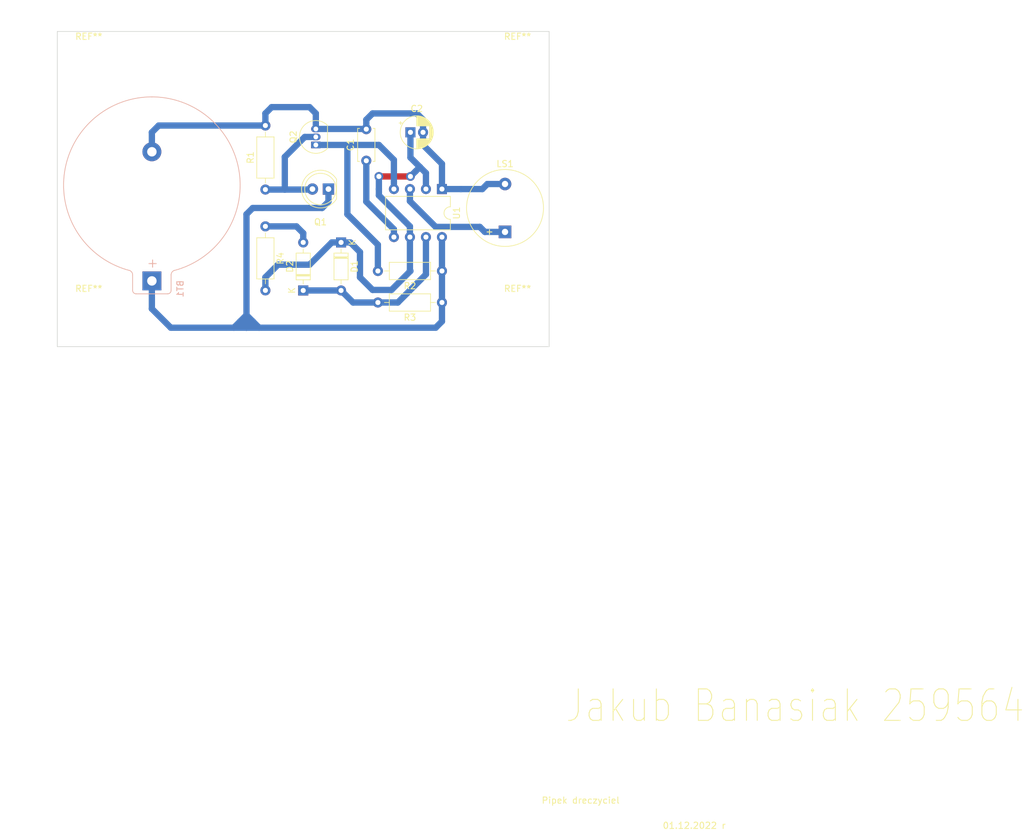
<source format=kicad_pcb>
(kicad_pcb (version 20211014) (generator pcbnew)
  (layers (0 "F.Cu" signal) (31 "B.Cu" signal) (34 "B.Paste" user) (35 "F.Paste" user) (36 "B.SilkS" user "B.Silkscreen") (37 "F.SilkS" user "F.Silkscreen") (38 "B.Mask" user) (39 "F.Mask" user) (44 "Edge.Cuts" user))
  (net 0 "")
  (net 1 "Net-(C2-Pad1)")
  (net 2 "Net-(D2-Pad2)")
  (net 3 "Net-(BT1-Pad1)")
  (net 4 "Net-(Q1-Pad2)")
  (net 5 "Net-(Q2-Pad1)")
  (net 6 "GND")
  (net 7 "Net-(C1-Pad1)")
  (net 8 "Net-(D1-Pad2)")
  (net 9 "Net-(LS1-Pad1)")
  (footprint "Buzzer_Beeper:Buzzer_12x9.5RM7.6" (layer "F.Cu") (at 184 98.8 90)
    (fp_text reference "LS1" (at 10.8 0) (layer "F.SilkS"))
    (fp_text value "Piezo")
    (fp_text user "+" (at -0.01 -2.54 90) (layer "F.SilkS"))
    (fp_circle (center 3.8 0) (end 9.9 0) (layer "F.SilkS") (width 0.12) (fill none))
    (pad "1" thru_hole rect (at 0 0 90) (size 2 2) (drill 1) (layers *.Cu *.Mask) (net 9 "Net-(LS1-Pad1)"))
    (pad "2" thru_hole circle (at 7.6 0 90) (size 2 2) (drill 1) (layers *.Cu *.Mask) (net 6 "GND"))
  )
  (footprint "MountingHole:MountingHole_3.2mm_M3" (layer "F.Cu") (at 118 72)
    (fp_text reference "REF**" (at 0 -4.2) (layer "F.SilkS"))
    (fp_text value "MountingHole_3.2mm_M3")
    (pad "" np_thru_hole circle (at 0 0) (size 3.2 3.2) (drill 3.2) (layers *.Cu *.Mask))
  )
  (footprint "LED_THT:LED_D5.0mm_Clear" (layer "F.Cu") (at 156 92 180)
    (fp_text reference "Q1" (at 1.27 -5.24) (layer "F.SilkS"))
    (fp_text value "BPW40")
    (fp_line (start -1.29 -1.545) (end -1.29 1.545) (layer "F.SilkS") (width 0.12))
    (fp_arc (start 4.26 -0.000462) (mid 2.072002 2.880433) (end -1.29 1.54483) (layer "F.SilkS") (width 0.12))
    (fp_arc (start -1.29 -1.54483) (mid 2.072002 -2.880433) (end 4.26 0.000462) (layer "F.SilkS") (width 0.12))
    (fp_circle (center 1.27 0) (end 3.77 0) (layer "F.SilkS") (width 0.12) (fill none))
    (pad "1" thru_hole rect (at 0 0 180) (size 1.8 1.8) (drill 0.9) (layers *.Cu *.Mask) (net 3 "Net-(BT1-Pad1)"))
    (pad "2" thru_hole circle (at 2.54 0 180) (size 1.8 1.8) (drill 0.9) (layers *.Cu *.Mask) (net 4 "Net-(Q1-Pad2)"))
  )
  (footprint "Resistor_THT:R_Axial_DIN0207_L6.3mm_D2.5mm_P10.16mm_Horizontal" (layer "F.Cu") (at 146 97.92 -90)
    (fp_text reference "R4" (at 5.08 -2.37 90) (layer "F.SilkS"))
    (fp_text value "1M")
    (fp_line (start 8.35 -1.37) (end 1.81 -1.37) (layer "F.SilkS") (width 0.12))
    (fp_line (start 9.12 0) (end 8.35 0) (layer "F.SilkS") (width 0.12))
    (fp_line (start 1.04 0) (end 1.81 0) (layer "F.SilkS") (width 0.12))
    (fp_line (start 8.35 1.37) (end 8.35 -1.37) (layer "F.SilkS") (width 0.12))
    (fp_line (start 1.81 -1.37) (end 1.81 1.37) (layer "F.SilkS") (width 0.12))
    (fp_line (start 1.81 1.37) (end 8.35 1.37) (layer "F.SilkS") (width 0.12))
    (pad "1" thru_hole circle (at 0 0 270) (size 1.6 1.6) (drill 0.8) (layers *.Cu *.Mask) (net 2 "Net-(D2-Pad2)"))
    (pad "2" thru_hole oval (at 10.16 0 270) (size 1.6 1.6) (drill 0.8) (layers *.Cu *.Mask) (net 1 "Net-(C2-Pad1)"))
  )
  (footprint "Diode_THT:D_DO-35_SOD27_P7.62mm_Horizontal" (layer "F.Cu") (at 158 100.47 -90)
    (fp_text reference "D1" (at 3.81 -2.12 90) (layer "F.SilkS"))
    (fp_text value "1N4148")
    (fp_text user "K" (at 0 -1.8 90) (layer "F.SilkS"))
    (fp_line (start 5.93 -1.12) (end 1.69 -1.12) (layer "F.SilkS") (width 0.12))
    (fp_line (start 2.53 -1.12) (end 2.53 1.12) (layer "F.SilkS") (width 0.12))
    (fp_line (start 6.58 0) (end 5.93 0) (layer "F.SilkS") (width 0.12))
    (fp_line (start 2.29 -1.12) (end 2.29 1.12) (layer "F.SilkS") (width 0.12))
    (fp_line (start 1.04 0) (end 1.69 0) (layer "F.SilkS") (width 0.12))
    (fp_line (start 5.93 1.12) (end 5.93 -1.12) (layer "F.SilkS") (width 0.12))
    (fp_line (start 2.41 -1.12) (end 2.41 1.12) (layer "F.SilkS") (width 0.12))
    (fp_line (start 1.69 -1.12) (end 1.69 1.12) (layer "F.SilkS") (width 0.12))
    (fp_line (start 1.69 1.12) (end 5.93 1.12) (layer "F.SilkS") (width 0.12))
    (pad "1" thru_hole rect (at 0 0 270) (size 1.6 1.6) (drill 0.8) (layers *.Cu *.Mask) (net 1 "Net-(C2-Pad1)"))
    (pad "2" thru_hole oval (at 7.62 0 270) (size 1.6 1.6) (drill 0.8) (layers *.Cu *.Mask) (net 8 "Net-(D1-Pad2)"))
  )
  (footprint "Resistor_THT:R_Axial_DIN0207_L6.3mm_D2.5mm_P10.16mm_Horizontal" (layer "F.Cu") (at 146 92.08 90)
    (fp_text reference "R1" (at 5.08 -2.37 90) (layer "F.SilkS"))
    (fp_text value "100k")
    (fp_line (start 1.04 0) (end 1.81 0) (layer "F.SilkS") (width 0.12))
    (fp_line (start 9.12 0) (end 8.35 0) (layer "F.SilkS") (width 0.12))
    (fp_line (start 1.81 1.37) (end 8.35 1.37) (layer "F.SilkS") (width 0.12))
    (fp_line (start 8.35 -1.37) (end 1.81 -1.37) (layer "F.SilkS") (width 0.12))
    (fp_line (start 8.35 1.37) (end 8.35 -1.37) (layer "F.SilkS") (width 0.12))
    (fp_line (start 1.81 -1.37) (end 1.81 1.37) (layer "F.SilkS") (width 0.12))
    (pad "1" thru_hole circle (at 0 0 90) (size 1.6 1.6) (drill 0.8) (layers *.Cu *.Mask) (net 4 "Net-(Q1-Pad2)"))
    (pad "2" thru_hole oval (at 10.16 0 90) (size 1.6 1.6) (drill 0.8) (layers *.Cu *.Mask) (net 6 "GND"))
  )
  (footprint "Diode_THT:D_DO-35_SOD27_P7.62mm_Horizontal" (layer "F.Cu") (at 152 108.09 90)
    (fp_text reference "D2" (at 3.81 -2.12 90) (layer "F.SilkS"))
    (fp_text value "1N4148")
    (fp_text user "K" (at 0 -1.8 90) (layer "F.SilkS"))
    (fp_line (start 2.29 -1.12) (end 2.29 1.12) (layer "F.SilkS") (width 0.12))
    (fp_line (start 5.93 1.12) (end 5.93 -1.12) (layer "F.SilkS") (width 0.12))
    (fp_line (start 1.69 1.12) (end 5.93 1.12) (layer "F.SilkS") (width 0.12))
    (fp_line (start 5.93 -1.12) (end 1.69 -1.12) (layer "F.SilkS") (width 0.12))
    (fp_line (start 6.58 0) (end 5.93 0) (layer "F.SilkS") (width 0.12))
    (fp_line (start 1.04 0) (end 1.69 0) (layer "F.SilkS") (width 0.12))
    (fp_line (start 2.41 -1.12) (end 2.41 1.12) (layer "F.SilkS") (width 0.12))
    (fp_line (start 1.69 -1.12) (end 1.69 1.12) (layer "F.SilkS") (width 0.12))
    (fp_line (start 2.53 -1.12) (end 2.53 1.12) (layer "F.SilkS") (width 0.12))
    (pad "1" thru_hole rect (at 0 0 90) (size 1.6 1.6) (drill 0.8) (layers *.Cu *.Mask) (net 8 "Net-(D1-Pad2)"))
    (pad "2" thru_hole oval (at 7.62 0 90) (size 1.6 1.6) (drill 0.8) (layers *.Cu *.Mask) (net 2 "Net-(D2-Pad2)"))
  )
  (footprint "Capacitor_THT:CP_Radial_D5.0mm_P2.00mm" (layer "F.Cu") (at 169 83)
    (fp_text reference "C2" (at 1 -3.75) (layer "F.SilkS"))
    (fp_text value "10u")
    (fp_line (start 2.521 -2.095) (end 2.521 -1.04) (layer "F.SilkS") (width 0.12))
    (fp_line (start 1.801 -2.455) (end 1.801 -1.04) (layer "F.SilkS") (width 0.12))
    (fp_line (start 3.321 -1.178) (end 3.321 1.178) (layer "F.SilkS") (width 0.12))
    (fp_line (start 2.841 1.04) (end 2.841 1.826) (layer "F.SilkS") (width 0.12))
    (fp_line (start 2.961 -1.699) (end 2.961 -1.04) (layer "F.SilkS") (width 0.12))
    (fp_line (start 1.841 1.04) (end 1.841 2.442) (layer "F.SilkS") (width 0.12))
    (fp_line (start 1.761 1.04) (end 1.761 2.468) (layer "F.SilkS") (width 0.12))
    (fp_line (start 1.921 1.04) (end 1.921 2.414) (layer "F.SilkS") (width 0.12))
    (fp_line (start -1.804775 -1.475) (end -1.304775 -1.475) (layer "F.SilkS") (width 0.12))
    (fp_line (start 1.4 -2.55) (end 1.4 -1.04) (layer "F.SilkS") (width 0.12))
    (fp_line (start 1.36 -2.556) (end 1.36 -1.04) (layer "F.SilkS") (width 0.12))
    (fp_line (start 2.201 -2.29) (end 2.201 -1.04) (layer "F.SilkS") (width 0.12))
    (fp_line (start 1.52 -2.528) (end 1.52 -1.04) (layer "F.SilkS") (width 0.12))
    (fp_line (start 2.921 -1.743) (end 2.921 -1.04) (layer "F.SilkS") (width 0.12))
    (fp_line (start 2.001 1.04) (end 2.001 2.382) (layer "F.SilkS") (width 0.12))
    (fp_line (start 1.2 1.04) (end 1.2 2.573) (layer "F.SilkS") (width 0.12))
    (fp_line (start 2.841 -1.826) (end 2.841 -1.04) (layer "F.SilkS") (width 0.12))
    (fp_line (start 1.2 -2.573) (end 1.2 -1.04) (layer "F.SilkS") (width 0.12))
    (fp_line (start 1.08 -2.579) (end 1.08 -1.04) (layer "F.SilkS") (width 0.12))
    (fp_line (start 2.881 -1.785) (end 2.881 -1.04) (layer "F.SilkS") (width 0.12))
    (fp_line (start 2.601 -2.035) (end 2.601 -1.04) (layer "F.SilkS") (width 0.12))
    (fp_line (start 3.161 -1.443) (end 3.161 1.443) (layer "F.SilkS") (width 0.12))
    (fp_line (start 2.601 1.04) (end 2.601 2.035) (layer "F.SilkS") (width 0.12))
    (fp_line (start 2.881 1.04) (end 2.881 1.785) (layer "F.SilkS") (width 0.12))
    (fp_line (start 2.721 -1.937) (end 2.721 -1.04) (layer "F.SilkS") (width 0.12))
    (fp_line (start 1.56 1.04) (end 1.56 2.52) (layer "F.SilkS") (width 0.12))
    (fp_line (start 2.961 1.04) (end 2.961 1.699) (layer "F.SilkS") (width 0.12))
    (fp_line (start 1.64 -2.501) (end 1.64 -1.04) (layer "F.SilkS") (width 0.12))
    (fp_line (start 2.041 1.04) (end 2.041 2.365) (layer "F.SilkS") (width 0.12))
    (fp_line (start 3.001 1.04) (end 3.001 1.653) (layer "F.SilkS") (width 0.12))
    (fp_line (start 2.561 -2.065) (end 2.561 -1.04) (layer "F.SilkS") (width 0.12))
    (fp_line (start 3.081 -1.554) (end 3.081 1.554) (layer "F.SilkS") (width 0.12))
    (fp_line (start 2.361 -2.2) (end 2.361 -1.04) (layer "F.SilkS") (width 0.12))
    (fp_line (start 2.441 1.04) (end 2.441 2.149) (layer "F.SilkS") (width 0.12))
    (fp_line (start 1.68 -2.491) (end 1.68 -1.04) (layer "F.SilkS") (width 0.12))
    (fp_line (start 1.48 1.04) (end 1.48 2.536) (layer "F.SilkS") (width 0.12))
    (fp_line (start 2.161 -2.31) (end 2.161 -1.04) (layer "F.SilkS") (width 0.12))
    (fp_line (start 1.44 -2.543) (end 1.44 -1.04) (layer "F.SilkS") (width 0.12))
    (fp_line (start 3.121 -1.5) (end 3.121 1.5) (layer "F.SilkS") (width 0.12))
    (fp_line (start 1.6 1.04) (end 1.6 2.511) (layer "F.SilkS") (width 0.12))
    (fp_line (start 1.961 -2.398) (end 1.961 -1.04) (layer "F.SilkS") (width 0.12))
    (fp_line (start 2.241 -2.268) (end 2.241 -1.04) (layer "F.SilkS") (width 0.12))
    (fp_line (start 1.52 1.04) (end 1.52 2.528) (layer "F.SilkS") (width 0.12))
    (fp_line (start 1.4 1.04) (end 1.4 2.55) (layer "F.SilkS") (width 0.12))
    (fp_line (start 1.32 -2.561) (end 1.32 -1.04) (layer "F.SilkS") (width 0.12))
    (fp_line (start 1.36 1.04) (end 1.36 2.556) (layer "F.SilkS") (width 0.12))
    (fp_line (start 2.681 -1.971) (end 2.681 -1.04) (layer "F.SilkS") (width 0.12))
    (fp_line (start 3.521 -0.677) (end 3.521 0.677) (layer "F.SilkS") (width 0.12))
    (fp_line (start 2.761 -1.901) (end 2.761 -1.04) (layer "F.SilkS") (width 0.12))
    (fp_line (start 3.281 -1.251) (end 3.281 1.251) (layer "F.SilkS") (width 0.12))
    (fp_line (start 1.881 1.04) (end 1.881 2.428) (layer "F.SilkS") (width 0.12))
    (fp_line (start 2.801 1.04) (end 2.801 1.864) (layer "F.SilkS") (width 0.12))
    (fp_line (start 1.04 -2.58) (end 1.04 -1.04) (layer "F.SilkS") (width 0.12))
    (fp_line (start 2.401 1.04) (end 2.401 2.175) (layer "F.SilkS") (width 0.12))
    (fp_line (start 1.48 -2.536) (end 1.48 -1.04) (layer "F.SilkS") (width 0.12))
    (fp_line (start 2.121 -2.329) (end 2.121 -1.04) (layer "F.SilkS") (width 0.12))
    (fp_line (start 1.12 1.04) (end 1.12 2.578) (layer "F.SilkS") (width 0.12))
    (fp_line (start 2.681 1.04) (end 2.681 1.971) (layer "F.SilkS") (width 0.12))
    (fp_line (start 2.521 1.04) (end 2.521 2.095) (layer "F.SilkS") (width 0.12))
    (fp_line (start 2.241 1.04) (end 2.241 2.268) (layer "F.SilkS") (width 0.12))
    (fp_line (start 1.68 1.04) (end 1.68 2.491) (layer "F.SilkS") (width 0.12))
    (fp_line (start 2.441 -2.149) (end 2.441 -1.04) (layer "F.SilkS") (width 0.12))
    (fp_line (start 2.401 -2.175) (end 2.401 -1.04) (layer "F.SilkS") (width 0.12))
    (fp_line (start 1.721 -2.48) (end 1.721 -1.04) (layer "F.SilkS") (width 0.12))
    (fp_line (start -1.554775 -1.725) (end -1.554775 -1.225) (layer "F.SilkS") (width 0.12))
    (fp_line (start 2.641 1.04) (end 2.641 2.004) (layer "F.SilkS") (width 0.12))
    (fp_line (start 3.481 -0.805) (end 3.481 0.805) (layer "F.SilkS") (width 0.12))
    (fp_line (start 1 -2.58) (end 1 -1.04) (layer "F.SilkS") (width 0.12))
    (fp_line (start 1.32 1.04) (end 1.32 2.561) (layer "F.SilkS") (width 0.12))
    (fp_line (start 3.561 -0.518) (end 3.561 0.518) (layer "F.SilkS") (width 0.12))
    (fp_line (start 2.481 1.04) (end 2.481 2.122) (layer "F.SilkS") (width 0.12))
    (fp_line (start 1.881 -2.428) (end 1.881 -1.04) (layer "F.SilkS") (width 0.12))
    (fp_line (start 2.321 -2.224) (end 2.321 -1.04) (layer "F.SilkS") (width 0.12))
    (fp_line (start 2.161 1.04) (end 2.161 2.31) (layer "F.SilkS") (width 0.12))
    (fp_line (start 1.12 -2.578) (end 1.12 -1.04) (layer "F.SilkS") (width 0.12))
    (fp_line (start 1.44 1.04) (end 1.44 2.543) (layer "F.SilkS") (width 0.12))
    (fp_line (start 3.041 -1.605) (end 3.041 1.605) (layer "F.SilkS") (width 0.12))
    (fp_line (start 1.16 -2.576) (end 1.16 -1.04) (layer "F.SilkS") (width 0.12))
    (fp_line (start 2.921 1.04) (end 2.921 1.743) (layer "F.SilkS") (width 0.12))
    (fp_line (start 2.361 1.04) (end 2.361 2.2) (layer "F.SilkS") (width 0.12))
    (fp_line (start 2.481 -2.122) (end 2.481 -1.04) (layer "F.SilkS") (width 0.12))
    (fp_line (start 1.64 1.04) (end 1.64 2.501) (layer "F.SilkS") (width 0.12))
    (fp_line (start 2.761 1.04) (end 2.761 1.901) (layer "F.SilkS") (width 0.12))
    (fp_line (start 2.081 -2.348) (end 2.081 -1.04) (layer "F.SilkS") (width 0.12))
    (fp_line (start 3.601 -0.284) (end 3.601 0.284) (layer "F.SilkS") (width 0.12))
    (fp_line (start 1.28 1.04) (end 1.28 2.565) (layer "F.SilkS") (width 0.12))
    (fp_line (start 2.001 -2.382) (end 2.001 -1.04) (layer "F.SilkS") (width 0.12))
    (fp_line (start 1.961 1.04) (end 1.961 2.398) (layer "F.SilkS") (width 0.12))
    (fp_line (start 3.441 -0.915) (end 3.441 0.915) (layer "F.SilkS") (width 0.12))
    (fp_line (start 1 1.04) (end 1 2.58) (layer "F.SilkS") (width 0.12))
    (fp_line (start 2.721 1.04) (end 2.721 1.937) (layer "F.SilkS") (width 0.12))
    (fp_line (start 1.841 -2.442) (end 1.841 -1.04) (layer "F.SilkS") (width 0.12))
    (fp_line (start 3.201 -1.383) (end 3.201 1.383) (layer "F.SilkS") (width 0.12))
    (fp_line (start 1.16 1.04) (end 1.16 2.576) (layer "F.SilkS") (width 0.12))
    (fp_line (start 1.921 -2.414) (end 1.921 -1.04) (layer "F.SilkS") (width 0.12))
    (fp_line (start 2.081 1.04) (end 2.081 2.348) (layer "F.SilkS") (width 0.12))
    (fp_line (start 2.041 -2.365) (end 2.041 -1.04) (layer "F.SilkS") (width 0.12))
    (fp_line (start 1.6 -2.511) (end 1.6 -1.04) (layer "F.SilkS") (width 0.12))
    (fp_line (start 2.641 -2.004) (end 2.641 -1.04) (layer "F.SilkS") (width 0.12))
    (fp_line (start 3.241 -1.319) (end 3.241 1.319) (layer "F.SilkS") (width 0.12))
    (fp_line (start 3.361 -1.098) (end 3.361 1.098) (layer "F.SilkS") (width 0.12))
    (fp_line (start 1.08 1.04) (end 1.08 2.579) (layer "F.SilkS") (width 0.12))
    (fp_line (start 3.001 -1.653) (end 3.001 -1.04) (layer "F.SilkS") (width 0.12))
    (fp_line (start 2.201 1.04) (end 2.201 2.29) (layer "F.SilkS") (width 0.12))
    (fp_line (start 1.761 -2.468) (end 1.761 -1.04) (layer "F.SilkS") (width 0.12))
    (fp_line (start 3.401 -1.011) (end 3.401 1.011) (layer "F.SilkS") (width 0.12))
    (fp_line (start 2.321 1.04) (end 2.321 2.224) (layer "F.SilkS") (width 0.12))
    (fp_line (start 1.801 1.04) (end 1.801 2.455) (layer "F.SilkS") (width 0.12))
    (fp_line (start 1.721 1.04) (end 1.721 2.48) (layer "F.SilkS") (width 0.12))
    (fp_line (start 2.801 -1.864) (end 2.801 -1.04) (layer "F.SilkS") (width 0.12))
    (fp_line (start 2.121 1.04) (end 2.121 2.329) (layer "F.SilkS") (width 0.12))
    (fp_line (start 2.281 1.04) (end 2.281 2.247) (layer "F.SilkS") (width 0.12))
    (fp_line (start 2.561 1.04) (end 2.561 2.065) (layer "F.SilkS") (width 0.12))
    (fp_line (start 1.28 -2.565) (end 1.28 -1.04) (layer "F.SilkS") (width 0.12))
    (fp_line (start 1.04 1.04) (end 1.04 2.58) (layer "F.SilkS") (width 0.12))
    (fp_line (start 1.56 -2.52) (end 1.56 -1.04) (layer "F.SilkS") (width 0.12))
    (fp_line (start 2.281 -2.247) (end 2.281 -1.04) (layer "F.SilkS") (width 0.12))
    (fp_line (start 1.24 -2.569) (end 1.24 -1.04) (layer "F.SilkS") (width 0.12))
    (fp_line (start 1.24 1.04) (end 1.24 2.569) (layer "F.SilkS") (width 0.12))
    (fp_circle (center 1 0) (end 3.62 0) (layer "F.SilkS") (width 0.12) (fill none))
    (pad "1" thru_hole rect (at 0 0) (size 1.6 1.6) (drill 0.8) (layers *.Cu *.Mask) (net 1 "Net-(C2-Pad1)"))
    (pad "2" thru_hole circle (at 2 0) (size 1.6 1.6) (drill 0.8) (layers *.Cu *.Mask) (net 6 "GND"))
  )
  (footprint "MountingHole:MountingHole_3.2mm_M3" (layer "F.Cu") (at 118 112)
    (fp_text reference "REF**" (at 0 -4.2) (layer "F.SilkS"))
    (fp_text value "MountingHole_3.2mm_M3")
    (pad "" np_thru_hole circle (at 0 0) (size 3.2 3.2) (drill 3.2) (layers F&B.Cu *.Mask))
  )
  (footprint "MountingHole:MountingHole_3.2mm_M3" (layer "F.Cu") (at 186 112)
    (fp_text reference "REF**" (at 0 -4.2) (layer "F.SilkS"))
    (fp_text value "MountingHole_3.2mm_M3")
    (pad "" np_thru_hole circle (at 0 0) (size 3.2 3.2) (drill 3.2) (layers F&B.Cu *.Mask))
  )
  (footprint "Package_TO_SOT_THT:TO-92_Inline" (layer "F.Cu") (at 154 85 90)
    (fp_text reference "Q2" (at 1.27 -3.56 90) (layer "F.SilkS"))
    (fp_text value "BC548")
    (fp_line (start -0.53 1.85) (end 3.07 1.85) (layer "F.SilkS") (width 0.12))
    (fp_arc (start 1.27 -2.6) (mid 3.672087 -0.994977) (end 3.108478 1.838478) (layer "F.SilkS") (width 0.12))
    (fp_arc (start -0.568478 1.838478) (mid -1.132087 -0.994977) (end 1.27 -2.6) (layer "F.SilkS") (width 0.12))
    (pad "1" thru_hole rect (at 0 0 90) (size 1.05 1.5) (drill 0.75) (layers *.Cu *.Mask) (net 5 "Net-(Q2-Pad1)"))
    (pad "2" thru_hole oval (at 1.27 0 90) (size 1.05 1.5) (drill 0.75) (layers *.Cu *.Mask) (net 4 "Net-(Q1-Pad2)"))
    (pad "3" thru_hole oval (at 2.54 0 90) (size 1.05 1.5) (drill 0.75) (layers *.Cu *.Mask) (net 6 "GND"))
  )
  (footprint "Package_DIP:DIP-8_W7.62mm" (layer "F.Cu") (at 174 92 -90)
    (fp_text reference "U1" (at 3.81 -2.33 90) (layer "F.SilkS"))
    (fp_text value "NE555P")
    (fp_line (start 1.16 -1.33) (end 1.16 8.95) (layer "F.SilkS") (width 0.12))
    (fp_line (start 1.16 8.95) (end 6.46 8.95) (layer "F.SilkS") (width 0.12))
    (fp_line (start 6.46 -1.33) (end 4.81 -1.33) (layer "F.SilkS") (width 0.12))
    (fp_line (start 2.81 -1.33) (end 1.16 -1.33) (layer "F.SilkS") (width 0.12))
    (fp_line (start 6.46 8.95) (end 6.46 -1.33) (layer "F.SilkS") (width 0.12))
    (fp_arc (start 4.81 -1.33) (mid 3.81 -0.33) (end 2.81 -1.33) (layer "F.SilkS") (width 0.12))
    (pad "1" thru_hole rect (at 0 0 270) (size 1.6 1.6) (drill 0.8) (layers *.Cu *.Mask) (net 6 "GND"))
    (pad "2" thru_hole oval (at 0 2.54 270) (size 1.6 1.6) (drill 0.8) (layers *.Cu *.Mask) (net 1 "Net-(C2-Pad1)"))
    (pad "3" thru_hole oval (at 0 5.08 270) (size 1.6 1.6) (drill 0.8) (layers *.Cu *.Mask) (net 9 "Net-(LS1-Pad1)"))
    (pad "4" thru_hole oval (at 0 7.62 270) (size 1.6 1.6) (drill 0.8) (layers *.Cu *.Mask) (net 5 "Net-(Q2-Pad1)"))
    (pad "5" thru_hole oval (at 7.62 7.62 270) (size 1.6 1.6) (drill 0.8) (layers *.Cu *.Mask) (net 7 "Net-(C1-Pad1)"))
    (pad "6" thru_hole oval (at 7.62 5.08 270) (size 1.6 1.6) (drill 0.8) (layers *.Cu *.Mask) (net 1 "Net-(C2-Pad1)"))
    (pad "7" thru_hole oval (at 7.62 2.54 270) (size 1.6 1.6) (drill 0.8) (layers *.Cu *.Mask) (net 8 "Net-(D1-Pad2)"))
    (pad "8" thru_hole oval (at 7.62 0 270) (size 1.6 1.6) (drill 0.8) (layers *.Cu *.Mask) (net 3 "Net-(BT1-Pad1)"))
  )
  (footprint "Resistor_THT:R_Axial_DIN0207_L6.3mm_D2.5mm_P10.16mm_Horizontal" (layer "F.Cu") (at 174 110 180)
    (fp_text reference "R3" (at 5.08 -2.37) (layer "F.SilkS"))
    (fp_text value "1k")
    (fp_line (start 9.12 0) (end 8.35 0) (layer "F.SilkS") (width 0.12))
    (fp_line (start 8.35 -1.37) (end 1.81 -1.37) (layer "F.SilkS") (width 0.12))
    (fp_line (start 8.35 1.37) (end 8.35 -1.37) (layer "F.SilkS") (width 0.12))
    (fp_line (start 1.04 0) (end 1.81 0) (layer "F.SilkS") (width 0.12))
    (fp_line (start 1.81 -1.37) (end 1.81 1.37) (layer "F.SilkS") (width 0.12))
    (fp_line (start 1.81 1.37) (end 8.35 1.37) (layer "F.SilkS") (width 0.12))
    (pad "1" thru_hole circle (at 0 0 180) (size 1.6 1.6) (drill 0.8) (layers *.Cu *.Mask) (net 3 "Net-(BT1-Pad1)"))
    (pad "2" thru_hole oval (at 10.16 0 180) (size 1.6 1.6) (drill 0.8) (layers *.Cu *.Mask) (net 8 "Net-(D1-Pad2)"))
  )
  (footprint "Resistor_THT:R_Axial_DIN0207_L6.3mm_D2.5mm_P10.16mm_Horizontal" (layer "F.Cu") (at 174 105 180)
    (fp_text reference "R2" (at 5.08 -2.37) (layer "F.SilkS"))
    (fp_text value "100k")
    (fp_line (start 1.81 -1.37) (end 1.81 1.37) (layer "F.SilkS") (width 0.12))
    (fp_line (start 8.35 1.37) (end 8.35 -1.37) (layer "F.SilkS") (width 0.12))
    (fp_line (start 9.12 0) (end 8.35 0) (layer "F.SilkS") (width 0.12))
    (fp_line (start 1.81 1.37) (end 8.35 1.37) (layer "F.SilkS") (width 0.12))
    (fp_line (start 8.35 -1.37) (end 1.81 -1.37) (layer "F.SilkS") (width 0.12))
    (fp_line (start 1.04 0) (end 1.81 0) (layer "F.SilkS") (width 0.12))
    (pad "1" thru_hole circle (at 0 0 180) (size 1.6 1.6) (drill 0.8) (layers *.Cu *.Mask) (net 3 "Net-(BT1-Pad1)"))
    (pad "2" thru_hole oval (at 10.16 0 180) (size 1.6 1.6) (drill 0.8) (layers *.Cu *.Mask) (net 5 "Net-(Q2-Pad1)"))
  )
  (footprint "MountingHole:MountingHole_3.2mm_M3" (layer "F.Cu") (at 186 72)
    (fp_text reference "REF**" (at 0 -4.2) (layer "F.SilkS"))
    (fp_text value "MountingHole_3.2mm_M3")
    (pad "" np_thru_hole circle (at 0 0) (size 3.2 3.2) (drill 3.2) (layers F&B.Cu *.Mask))
  )
  (footprint "Capacitor_THT:C_Disc_D5.0mm_W2.5mm_P5.00mm" (layer "F.Cu") (at 162 87.5 90)
    (fp_text reference "C1" (at 2.5 -2.5 90) (layer "F.SilkS"))
    (fp_text value "10n")
    (fp_line (start 5.12 1.055) (end 5.12 1.37) (layer "F.SilkS") (width 0.12))
    (fp_line (start -0.12 1.37) (end 5.12 1.37) (layer "F.SilkS") (width 0.12))
    (fp_line (start -0.12 1.055) (end -0.12 1.37) (layer "F.SilkS") (width 0.12))
    (fp_line (start -0.12 -1.37) (end 5.12 -1.37) (layer "F.SilkS") (width 0.12))
    (fp_line (start 5.12 -1.37) (end 5.12 -1.055) (layer "F.SilkS") (width 0.12))
    (fp_line (start -0.12 -1.37) (end -0.12 -1.055) (layer "F.SilkS") (width 0.12))
    (pad "1" thru_hole circle (at 0 0 90) (size 1.6 1.6) (drill 0.8) (layers *.Cu *.Mask) (net 7 "Net-(C1-Pad1)"))
    (pad "2" thru_hole circle (at 5 0 90) (size 1.6 1.6) (drill 0.8) (layers *.Cu *.Mask) (net 6 "GND"))
  )
  (footprint "Battery:BatteryHolder_Keystone_106_1x20mm" (layer "B.Cu") (at 128 106.575001 90)
    (fp_text reference "BT1" (at -1.25 4.5 270) (layer "B.SilkS") (effects (justify mirror)))
    (fp_text value "3...6V")
    (fp_text user "+" (at 2.75 0 270) (layer "B.SilkS") (effects (font (size 1.5 1.5)) (justify mirror)))
    (fp_line (start 0.95 3.05) (end -1.5 3.05) (layer "B.SilkS") (width 0.12))
    (fp_line (start -2.05 2.5) (end -2.05 -2.5) (layer "B.SilkS") (width 0.12))
    (fp_line (start -1.5 -3.05) (end 0.95 -3.05) (layer "B.SilkS") (width 0.12))
    (fp_arc (start 1.65 -3.52) (mid 16.974433 -13.886954) (end 29.2 0) (layer "B.SilkS") (width 0.12))
    (fp_arc (start -1.5 3.05) (mid -1.888909 2.888909) (end -2.05 2.5) (layer "B.SilkS") (width 0.12))
    (fp_arc (start 29.2 0) (mid 16.974433 13.886953) (end 1.65 3.52) (layer "B.SilkS") (width 0.12))
    (fp_arc (start 1.65 -3.52) (mid 1.371574 -3.178401) (end 0.95 -3.05) (layer "B.SilkS") (width 0.12))
    (fp_arc (start -2.05 -2.5) (mid -1.888909 -2.888909) (end -1.5 -3.05) (layer "B.SilkS") (width 0.12))
    (fp_arc (start 0.95 3.05) (mid 1.371575 3.178399) (end 1.65 3.52) (layer "B.SilkS") (width 0.12))
    (pad "1" thru_hole rect (at 0 0 90) (size 3 3) (drill 1.5) (layers *.Cu *.Mask) (net 3 "Net-(BT1-Pad1)"))
    (pad "2" thru_hole circle (at 20.49 0 90) (size 3 3) (drill 1.5) (layers *.Cu *.Mask) (net 6 "GND"))
  )
  (gr_line (start 113 67) (end 113 117) (layer "Edge.Cuts") (width 0.1))
  (gr_line (start 191 67) (end 113 67) (layer "Edge.Cuts") (width 0.1))
  (gr_line (start 113 117) (end 191 117) (layer "Edge.Cuts") (width 0.1))
  (gr_line (start 191 117) (end 191 67) (layer "Edge.Cuts") (width 0.1))
  (gr_text "Jakub Banasiak 259564" (at 230 174) (layer "F.SilkS") (effects (font (size 5 4))))
  (gr_text "01.12.2022 r" (at 214 193) (layer "F.SilkS") (effects (font (size 1 1))))
  (gr_text "Pipek dreczyciel" (at 196 189) (layer "F.SilkS") (effects (font (size 1 1))))
  (segment (start 164 90) (end 169 90) (width 1) (layer "F.Cu") (net 1))
  (via (at 164 90) (size 1.4) (drill 0.8) (layers "F.Cu" "B.Cu") (net 1))
  (via (at 169 90) (size 1.4) (drill 0.8) (layers "F.Cu" "B.Cu") (net 1))
  (segment (start 164 92) (end 164 90) (width 1) (layer "B.Cu") (net 1))
  (segment (start 170.5 88.5) (end 171.46 89.46) (width 1) (layer "B.Cu") (net 1))
  (segment (start 148 104) (end 146 106) (width 1) (layer "B.Cu") (net 1))
  (segment (start 169.777817 89.222183) (end 169 90) (width 1) (layer "B.Cu") (net 1))
  (segment (start 164 93) (end 164 92) (width 1) (layer "B.Cu") (net 1))
  (segment (start 158 100.47) (end 156.53 100.47) (width 1) (layer "B.Cu") (net 1))
  (segment (start 171.46 89.46) (end 171.46 92) (width 1) (layer "B.Cu") (net 1))
  (segment (start 158 100.47) (end 159.47 100.47) (width 1) (layer "B.Cu") (net 1))
  (segment (start 168.92 99.62) (end 168.92 97.92) (width 1) (layer "B.Cu") (net 1))
  (segment (start 161 106) (end 163 108) (width 1) (layer "B.Cu") (net 1))
  (segment (start 156.53 100.47) (end 153 104) (width 1) (layer "B.Cu") (net 1))
  (segment (start 168.92 104.92) (end 168.92 99.62) (width 1) (layer "B.Cu") (net 1))
  (segment (start 168.92 97.92) (end 168 97) (width 1) (layer "B.Cu") (net 1))
  (segment (start 168 97) (end 164 93) (width 1) (layer "B.Cu") (net 1))
  (segment (start 169 83) (end 169 87) (width 1) (layer "B.Cu") (net 1))
  (segment (start 169 105) (end 168.92 104.92) (width 1) (layer "B.Cu") (net 1))
  (segment (start 153 104) (end 148 104) (width 1) (layer "B.Cu") (net 1))
  (segment (start 169 87) (end 170.5 88.5) (width 1) (layer "B.Cu") (net 1))
  (segment (start 146 106) (end 146 108.08) (width 1) (layer "B.Cu") (net 1))
  (segment (start 161 102) (end 161 106) (width 1) (layer "B.Cu") (net 1))
  (segment (start 170.5 88.5) (end 169.777817 89.222183) (width 1) (layer "B.Cu") (net 1))
  (segment (start 159.47 100.47) (end 161 102) (width 1) (layer "B.Cu") (net 1))
  (segment (start 166 108) (end 169 105) (width 1) (layer "B.Cu") (net 1))
  (segment (start 163 108) (end 166 108) (width 1) (layer "B.Cu") (net 1))
  (segment (start 152 99) (end 152 100.47) (width 1) (layer "B.Cu") (net 2))
  (segment (start 146 97.92) (end 150.92 97.92) (width 1) (layer "B.Cu") (net 2))
  (segment (start 150.92 97.92) (end 152 99) (width 1) (layer "B.Cu") (net 2))
  (segment (start 174 110) (end 174 105) (width 1) (layer "B.Cu") (net 3))
  (segment (start 143 114) (end 143 112) (width 1) (layer "B.Cu") (net 3))
  (segment (start 143 114) (end 145 114) (width 1) (layer "B.Cu") (net 3))
  (segment (start 143 96) (end 144 95) (width 1) (layer "B.Cu") (net 3))
  (segment (start 173 114) (end 174 113) (width 1) (layer "B.Cu") (net 3))
  (segment (start 128 111) (end 128 106.575001) (width 1) (layer "B.Cu") (net 3))
  (segment (start 144 95) (end 155 95) (width 1) (layer "B.Cu") (net 3))
  (segment (start 143 112) (end 142 113) (width 1) (layer "B.Cu") (net 3))
  (segment (start 174 99.62) (end 174 105) (width 1) (layer "B.Cu") (net 3))
  (segment (start 142 113) (end 141 114) (width 1) (layer "B.Cu") (net 3))
  (segment (start 143 112) (end 143 96) (width 1) (layer "B.Cu") (net 3))
  (segment (start 144 113) (end 143 114) (width 1) (layer "B.Cu") (net 3))
  (segment (start 174 113) (end 174 110) (width 1) (layer "B.Cu") (net 3))
  (segment (start 145 114) (end 173 114) (width 1) (layer "B.Cu") (net 3))
  (segment (start 143 114) (end 141 114) (width 1) (layer "B.Cu") (net 3))
  (segment (start 144 113) (end 145 114) (width 1) (layer "B.Cu") (net 3))
  (segment (start 141 114) (end 131 114) (width 1) (layer "B.Cu") (net 3))
  (segment (start 143 112) (end 144 113) (width 1) (layer "B.Cu") (net 3))
  (segment (start 155 95) (end 156 94) (width 1) (layer "B.Cu") (net 3))
  (segment (start 156 94) (end 156 92) (width 1) (layer "B.Cu") (net 3))
  (segment (start 131 114) (end 128 111) (width 1) (layer "B.Cu") (net 3))
  (segment (start 142 113) (end 143 114) (width 1) (layer "B.Cu") (net 3))
  (segment (start 149.08 86.9) (end 152.25 83.73) (width 1) (layer "B.Cu") (net 4))
  (segment (start 149.08 92.08) (end 149.08 86.9) (width 1) (layer "B.Cu") (net 4))
  (segment (start 149.08 92.08) (end 153.38 92.08) (width 1) (layer "B.Cu") (net 4))
  (segment (start 153.38 92.08) (end 153.46 92) (width 0.25) (layer "B.Cu") (net 4))
  (segment (start 152.25 83.73) (end 154 83.73) (width 1) (layer "B.Cu") (net 4))
  (segment (start 146 92.08) (end 149.08 92.08) (width 1) (layer "B.Cu") (net 4))
  (segment (start 163.84 105) (end 163.84 100.84) (width 1) (layer "B.Cu") (net 5))
  (segment (start 159 96) (end 159 85) (width 1) (layer "B.Cu") (net 5))
  (segment (start 166.38 87.38) (end 166.38 92) (width 1) (layer "B.Cu") (net 5))
  (segment (start 159 85) (end 164 85) (width 1) (layer "B.Cu") (net 5))
  (segment (start 163.84 100.84) (end 159 96) (width 1) (layer "B.Cu") (net 5))
  (segment (start 159 85) (end 154 85) (width 1) (layer "B.Cu") (net 5))
  (segment (start 164 85) (end 166.38 87.38) (width 1) (layer "B.Cu") (net 5))
  (segment (start 170 80) (end 163 80) (width 1) (layer "B.Cu") (net 6))
  (segment (start 171 81) (end 170 80) (width 1) (layer "B.Cu") (net 6))
  (segment (start 174 88) (end 171 85) (width 1) (layer "B.Cu") (net 6))
  (segment (start 129.08 81.92) (end 128 83) (width 1) (layer "B.Cu") (net 6))
  (segment (start 162 82.5) (end 162 81) (width 1) (layer "B.Cu") (net 6))
  (segment (start 146 81.92) (end 146 80) (width 1) (layer "B.Cu") (net 6))
  (segment (start 154 80) (end 154 82.46) (width 1) (layer "B.Cu") (net 6))
  (segment (start 146 81.92) (end 129.08 81.92) (width 1) (layer "B.Cu") (net 6))
  (segment (start 180.4 92) (end 177 92) (width 1) (layer "B.Cu") (net 6))
  (segment (start 174 92) (end 177 92) (width 1) (layer "B.Cu") (net 6))
  (segment (start 171 83) (end 171 81) (width 1) (layer "B.Cu") (net 6))
  (segment (start 174 92) (end 174 88) (width 1) (layer "B.Cu") (net 6))
  (segment (start 162 81) (end 163 80) (width 1) (layer "B.Cu") (net 6))
  (segment (start 128 83) (end 128 86.085001) (width 1) (layer "B.Cu") (net 6))
  (segment (start 154 82.46) (end 161.96 82.46) (width 1) (layer "B.Cu") (net 6))
  (segment (start 181.2 91.2) (end 180.4 92) (width 1) (layer "B.Cu") (net 6))
  (segment (start 153 79) (end 154 80) (width 1) (layer "B.Cu") (net 6))
  (segment (start 181.2 91.2) (end 184 91.2) (width 1) (layer "B.Cu") (net 6))
  (segment (start 146 80) (end 147 79) (width 1) (layer "B.Cu") (net 6))
  (segment (start 171 85) (end 171 83) (width 1) (layer "B.Cu") (net 6))
  (segment (start 147 79) (end 153 79) (width 1) (layer "B.Cu") (net 6))
  (segment (start 161.96 82.46) (end 162 82.5) (width 1) (layer "B.Cu") (net 6))
  (segment (start 162 87.5) (end 162 94) (width 1) (layer "B.Cu") (net 7))
  (segment (start 166.38 99.62) (end 166.38 98.38) (width 1) (layer "B.Cu") (net 7))
  (segment (start 166.38 98.38) (end 162 94) (width 1) (layer "B.Cu") (net 7))
  (segment (start 152 108.09) (end 158 108.09) (width 1) (layer "B.Cu") (net 8))
  (segment (start 159.91 110) (end 163.84 110) (width 1) (layer "B.Cu") (net 8))
  (segment (start 167 110) (end 171.46 105.54) (width 1) (layer "B.Cu") (net 8))
  (segment (start 158 108.09) (end 159.91 110) (width 1) (layer "B.Cu") (net 8))
  (segment (start 163.84 110) (end 167 110) (width 1) (layer "B.Cu") (net 8))
  (segment (start 171.46 105.54) (end 171.46 99.62) (width 1) (layer "B.Cu") (net 8))
  (segment (start 168.92 93.92) (end 173 98) (width 1) (layer "B.Cu") (net 9))
  (segment (start 168.92 92) (end 168.92 93.92) (width 1) (layer "B.Cu") (net 9))
  (segment (start 173 98) (end 180 98) (width 1) (layer "B.Cu") (net 9))
  (segment (start 180.8 98.8) (end 184 98.8) (width 1) (layer "B.Cu") (net 9))
  (segment (start 180 98) (end 180.8 98.8) (width 1) (layer "B.Cu") (net 9))
)
</source>
